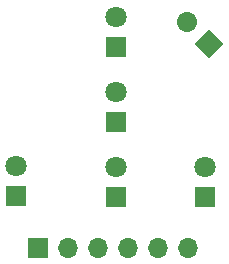
<source format=gbr>
G04 #@! TF.GenerationSoftware,KiCad,Pcbnew,5.0.1*
G04 #@! TF.CreationDate,2019-01-22T15:02:09+05:30*
G04 #@! TF.ProjectId,traffic,747261666669632E6B696361645F7063,rev?*
G04 #@! TF.SameCoordinates,Original*
G04 #@! TF.FileFunction,Copper,L1,Top,Signal*
G04 #@! TF.FilePolarity,Positive*
%FSLAX46Y46*%
G04 Gerber Fmt 4.6, Leading zero omitted, Abs format (unit mm)*
G04 Created by KiCad (PCBNEW 5.0.1) date Tue 22 Jan 2019 03:02:09 PM IST*
%MOMM*%
%LPD*%
G01*
G04 APERTURE LIST*
G04 #@! TA.AperFunction,ComponentPad*
%ADD10C,1.700000*%
G04 #@! TD*
G04 #@! TA.AperFunction,Conductor*
%ADD11C,1.700000*%
G04 #@! TD*
G04 #@! TA.AperFunction,Conductor*
%ADD12C,0.100000*%
G04 #@! TD*
G04 #@! TA.AperFunction,ComponentPad*
%ADD13C,1.800000*%
G04 #@! TD*
G04 #@! TA.AperFunction,ComponentPad*
%ADD14R,1.800000X1.800000*%
G04 #@! TD*
G04 #@! TA.AperFunction,ComponentPad*
%ADD15O,1.700000X1.700000*%
G04 #@! TD*
G04 #@! TA.AperFunction,ComponentPad*
%ADD16R,1.700000X1.700000*%
G04 #@! TD*
G04 APERTURE END LIST*
D10*
G04 #@! TO.P,J2,2*
G04 #@! TO.N,+5C*
X153397949Y-86595949D03*
D11*
G04 #@! TD*
G04 #@! TO.N,+5C*
G04 #@! TO.C,J2*
X153397949Y-86595949D02*
X153397949Y-86595949D01*
D10*
G04 #@! TO.P,J2,1*
G04 #@! TO.N,Net-(D5-Pad1)*
X155194000Y-88392000D03*
D12*
G04 #@! TD*
G04 #@! TO.N,Net-(D5-Pad1)*
G04 #@! TO.C,J2*
G36*
X155194000Y-87189918D02*
X156396082Y-88392000D01*
X155194000Y-89594082D01*
X153991918Y-88392000D01*
X155194000Y-87189918D01*
X155194000Y-87189918D01*
G37*
D13*
G04 #@! TO.P,D5,2*
G04 #@! TO.N,Net-(D1-Pad2)*
X147320000Y-86106000D03*
D14*
G04 #@! TO.P,D5,1*
G04 #@! TO.N,Net-(D5-Pad1)*
X147320000Y-88646000D03*
G04 #@! TD*
G04 #@! TO.P,D4,1*
G04 #@! TO.N,Net-(D4-Pad1)*
X147320000Y-94996000D03*
D13*
G04 #@! TO.P,D4,2*
G04 #@! TO.N,Net-(D1-Pad2)*
X147320000Y-92456000D03*
G04 #@! TD*
G04 #@! TO.P,D3,2*
G04 #@! TO.N,Net-(D1-Pad2)*
X154900000Y-98860000D03*
D14*
G04 #@! TO.P,D3,1*
G04 #@! TO.N,Net-(D3-Pad1)*
X154900000Y-101400000D03*
G04 #@! TD*
G04 #@! TO.P,D2,1*
G04 #@! TO.N,Net-(D2-Pad1)*
X147320000Y-101346000D03*
D13*
G04 #@! TO.P,D2,2*
G04 #@! TO.N,Net-(D1-Pad2)*
X147320000Y-98806000D03*
G04 #@! TD*
G04 #@! TO.P,D1,2*
G04 #@! TO.N,Net-(D1-Pad2)*
X138900000Y-98760000D03*
D14*
G04 #@! TO.P,D1,1*
G04 #@! TO.N,Net-(D1-Pad1)*
X138900000Y-101300000D03*
G04 #@! TD*
D15*
G04 #@! TO.P,J1,6*
G04 #@! TO.N,Net-(D3-Pad1)*
X153416000Y-105664000D03*
G04 #@! TO.P,J1,5*
G04 #@! TO.N,Net-(D5-Pad1)*
X150876000Y-105664000D03*
G04 #@! TO.P,J1,4*
G04 #@! TO.N,Net-(D4-Pad1)*
X148336000Y-105664000D03*
G04 #@! TO.P,J1,3*
G04 #@! TO.N,Net-(D2-Pad1)*
X145796000Y-105664000D03*
G04 #@! TO.P,J1,2*
G04 #@! TO.N,Net-(D1-Pad1)*
X143256000Y-105664000D03*
D16*
G04 #@! TO.P,J1,1*
G04 #@! TO.N,+5C*
X140716000Y-105664000D03*
G04 #@! TD*
M02*

</source>
